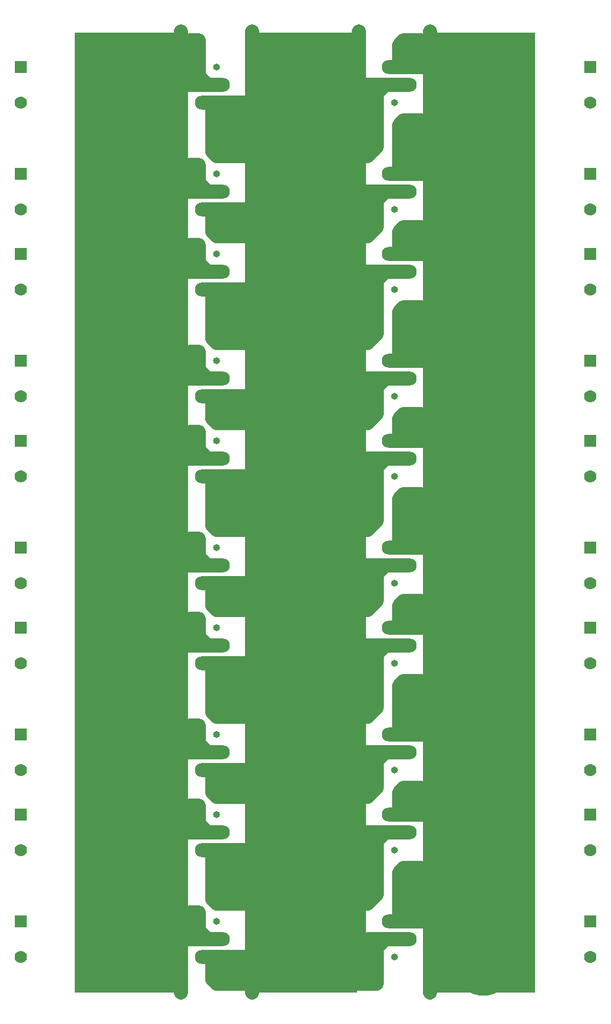
<source format=gtl>
G04 (created by PCBNEW (2013-jul-07)-stable) date Sat 03 Jan 2015 11:12:08 AM EET*
%MOIN*%
G04 Gerber Fmt 3.4, Leading zero omitted, Abs format*
%FSLAX34Y34*%
G01*
G70*
G90*
G04 APERTURE LIST*
%ADD10C,0.00590551*%
%ADD11R,0.07X0.07*%
%ADD12C,0.07*%
%ADD13R,0.590551X5.3937*%
%ADD14O,0.19685X0.0787402*%
%ADD15O,0.0393701X0.0393701*%
%ADD16C,0.314961*%
%ADD17C,0.16*%
%ADD18C,0.0787402*%
G04 APERTURE END LIST*
G54D10*
G54D11*
X99850Y-66550D03*
G54D12*
X99850Y-68550D03*
G54D11*
X67850Y-66550D03*
G54D12*
X67850Y-68550D03*
G54D11*
X99850Y-71050D03*
G54D12*
X99850Y-73050D03*
G54D11*
X67850Y-71050D03*
G54D12*
X67850Y-73050D03*
G54D11*
X99850Y-77050D03*
G54D12*
X99850Y-79050D03*
G54D11*
X67850Y-77050D03*
G54D12*
X67850Y-79050D03*
G54D11*
X99850Y-56050D03*
G54D12*
X99850Y-58050D03*
G54D11*
X67850Y-50050D03*
G54D12*
X67850Y-52050D03*
G54D11*
X99850Y-50050D03*
G54D12*
X99850Y-52050D03*
G54D11*
X67850Y-45550D03*
G54D12*
X67850Y-47550D03*
G54D11*
X99850Y-45550D03*
G54D12*
X99850Y-47550D03*
G54D11*
X67850Y-39550D03*
G54D12*
X67850Y-41550D03*
G54D11*
X99850Y-39550D03*
G54D12*
X99850Y-41550D03*
G54D11*
X67850Y-35050D03*
G54D12*
X67850Y-37050D03*
G54D11*
X99850Y-35050D03*
G54D12*
X99850Y-37050D03*
G54D11*
X67850Y-29050D03*
G54D12*
X67850Y-31050D03*
G54D11*
X99850Y-29050D03*
G54D12*
X99850Y-31050D03*
G54D11*
X67850Y-56050D03*
G54D12*
X67850Y-58050D03*
G54D11*
X99850Y-60550D03*
G54D12*
X99850Y-62550D03*
G54D11*
X67850Y-60550D03*
G54D12*
X67850Y-62550D03*
G54D13*
X83802Y-54081D03*
X73802Y-54081D03*
X93802Y-54081D03*
G54D14*
X78600Y-61550D03*
X78600Y-62550D03*
G54D15*
X78850Y-60550D03*
G54D14*
X89100Y-46550D03*
X89100Y-45550D03*
G54D15*
X88850Y-47550D03*
G54D14*
X78600Y-46550D03*
X78600Y-47550D03*
G54D15*
X78850Y-45550D03*
G54D14*
X89100Y-40550D03*
X89100Y-39550D03*
G54D15*
X88850Y-41550D03*
G54D14*
X89100Y-36050D03*
X89100Y-35050D03*
G54D15*
X88850Y-37050D03*
G54D14*
X89100Y-30050D03*
X89100Y-29050D03*
G54D15*
X88850Y-31050D03*
G54D14*
X78600Y-30050D03*
X78600Y-31050D03*
G54D15*
X78850Y-29050D03*
G54D14*
X78600Y-36050D03*
X78600Y-37050D03*
G54D15*
X78850Y-35050D03*
G54D14*
X78600Y-40550D03*
X78600Y-41550D03*
G54D15*
X78850Y-39550D03*
G54D14*
X89100Y-78050D03*
X89100Y-77050D03*
G54D15*
X88850Y-79050D03*
G54D14*
X89100Y-67550D03*
X89100Y-66550D03*
G54D15*
X88850Y-68550D03*
G54D14*
X78600Y-67550D03*
X78600Y-68550D03*
G54D15*
X78850Y-66550D03*
G54D14*
X78600Y-72050D03*
X78600Y-73050D03*
G54D15*
X78850Y-71050D03*
G54D14*
X78600Y-78050D03*
X78600Y-79050D03*
G54D15*
X78850Y-77050D03*
G54D14*
X89100Y-61550D03*
X89100Y-60550D03*
G54D15*
X88850Y-62550D03*
G54D14*
X89100Y-57050D03*
X89100Y-56050D03*
G54D15*
X88850Y-58050D03*
G54D14*
X89100Y-51050D03*
X89100Y-50050D03*
G54D15*
X88850Y-52050D03*
G54D14*
X78600Y-51050D03*
X78600Y-52050D03*
G54D15*
X78850Y-50050D03*
G54D14*
X78600Y-57050D03*
X78600Y-58050D03*
G54D15*
X78850Y-56050D03*
G54D14*
X89100Y-72050D03*
X89100Y-71050D03*
G54D15*
X88850Y-73050D03*
G54D16*
X93850Y-79650D03*
X93850Y-31950D03*
X93850Y-37250D03*
X93850Y-69050D03*
X93850Y-42550D03*
X93850Y-47850D03*
X93850Y-53150D03*
X93850Y-58450D03*
X93850Y-63750D03*
X93850Y-74350D03*
X73750Y-77800D03*
X73750Y-30100D03*
X73750Y-35400D03*
X73750Y-40700D03*
X73750Y-46000D03*
X73750Y-51300D03*
X73750Y-56600D03*
X73750Y-61900D03*
X73750Y-67200D03*
X73750Y-72500D03*
G54D17*
X83858Y-75984D03*
X83858Y-65551D03*
X83858Y-54921D03*
X83858Y-44488D03*
X83858Y-33858D03*
G54D18*
X78600Y-78050D02*
X78350Y-78050D01*
X77350Y-78050D02*
X77350Y-77550D01*
X77350Y-76550D02*
X77350Y-78050D01*
X77850Y-76550D02*
X77350Y-76550D01*
X77850Y-77550D02*
X77850Y-76550D01*
X78350Y-78050D02*
X77850Y-77550D01*
X78600Y-72050D02*
X78350Y-72050D01*
X77350Y-70550D02*
X77350Y-71550D01*
X77850Y-70550D02*
X77350Y-70550D01*
X77850Y-71550D02*
X77850Y-70550D01*
X78350Y-72050D02*
X77850Y-71550D01*
X78600Y-67550D02*
X78350Y-67550D01*
X77350Y-66050D02*
X77350Y-67050D01*
X77850Y-66050D02*
X77350Y-66050D01*
X77850Y-67050D02*
X77850Y-66050D01*
X78350Y-67550D02*
X77850Y-67050D01*
X78600Y-61550D02*
X78350Y-61550D01*
X78350Y-61550D02*
X77850Y-61050D01*
X78600Y-57050D02*
X78350Y-57050D01*
X78350Y-57050D02*
X77850Y-56550D01*
X78600Y-51050D02*
X78350Y-51050D01*
X78350Y-51050D02*
X77850Y-50550D01*
X78600Y-46550D02*
X78350Y-46550D01*
X78350Y-46550D02*
X77850Y-46050D01*
X78600Y-40550D02*
X78350Y-40550D01*
X77350Y-39050D02*
X77350Y-40050D01*
X77850Y-39050D02*
X77350Y-39050D01*
X77850Y-40050D02*
X77850Y-39050D01*
X78350Y-40550D02*
X77850Y-40050D01*
X78600Y-36050D02*
X78350Y-36050D01*
X77350Y-34550D02*
X77350Y-35550D01*
X77850Y-34550D02*
X77350Y-34550D01*
X77850Y-35550D02*
X77850Y-34550D01*
X78350Y-36050D02*
X77850Y-35550D01*
X78600Y-30050D02*
X78350Y-30050D01*
X77350Y-27550D02*
X77350Y-29550D01*
X77850Y-27550D02*
X77350Y-27550D01*
X77850Y-29550D02*
X77850Y-27550D01*
X78350Y-30050D02*
X77850Y-29550D01*
X78600Y-72050D02*
X76850Y-72050D01*
X78600Y-67550D02*
X76850Y-67550D01*
X78600Y-61550D02*
X76850Y-61550D01*
X78600Y-57050D02*
X76850Y-57050D01*
X78600Y-51050D02*
X76834Y-51050D01*
X76834Y-51050D02*
X76850Y-51050D01*
X78600Y-46550D02*
X76850Y-46550D01*
X78600Y-40550D02*
X76850Y-40550D01*
X78600Y-36050D02*
X76850Y-36050D01*
X78600Y-30050D02*
X76850Y-30050D01*
X76850Y-27050D02*
X76850Y-30050D01*
X76850Y-30050D02*
X76850Y-36050D01*
X76850Y-36050D02*
X76850Y-40550D01*
X76850Y-61550D02*
X76850Y-67550D01*
X76850Y-67550D02*
X76850Y-72050D01*
X76850Y-72050D02*
X76850Y-75550D01*
X76850Y-75550D02*
X76850Y-78050D01*
X76850Y-81050D02*
X76850Y-78050D01*
X76850Y-78050D02*
X78600Y-78050D01*
X77350Y-49550D02*
X77350Y-50550D01*
X77850Y-49550D02*
X77350Y-49550D01*
X77850Y-50550D02*
X77850Y-49550D01*
X77350Y-60050D02*
X77350Y-61050D01*
X77850Y-60050D02*
X77350Y-60050D01*
X77850Y-61050D02*
X77850Y-60050D01*
X77350Y-45050D02*
X77350Y-46050D01*
X77850Y-45050D02*
X77350Y-45050D01*
X77850Y-46050D02*
X77850Y-45050D01*
X76850Y-40550D02*
X76850Y-46550D01*
X76850Y-46550D02*
X76850Y-51050D01*
X77350Y-55550D02*
X77350Y-56550D01*
X77850Y-55550D02*
X77350Y-55550D01*
X77850Y-56550D02*
X77850Y-55550D01*
X76850Y-54050D02*
X73834Y-54050D01*
X73834Y-54050D02*
X73802Y-54081D01*
X76850Y-51050D02*
X76850Y-54050D01*
X76850Y-54050D02*
X76850Y-57050D01*
X76850Y-57050D02*
X76850Y-61550D01*
X89100Y-36050D02*
X88350Y-36050D01*
X87350Y-38550D02*
X87350Y-36550D01*
X87850Y-38050D02*
X87350Y-38550D01*
X87850Y-36550D02*
X87850Y-38050D01*
X88350Y-36050D02*
X87850Y-36550D01*
X79350Y-38050D02*
X79850Y-38050D01*
X78850Y-37550D02*
X79350Y-38050D01*
X80350Y-37550D02*
X78850Y-37550D01*
X80350Y-38550D02*
X80350Y-37550D01*
X78850Y-38550D02*
X80350Y-38550D01*
X78600Y-38300D02*
X78850Y-38550D01*
X89100Y-36050D02*
X86850Y-36050D01*
X86850Y-40550D02*
X86850Y-36050D01*
X86850Y-36050D02*
X86850Y-30050D01*
X80850Y-37050D02*
X83802Y-54081D01*
X87350Y-34050D02*
X87350Y-30550D01*
X87850Y-33550D02*
X87350Y-34050D01*
X87850Y-30550D02*
X87850Y-33550D01*
X79350Y-32050D02*
X79350Y-33050D01*
X79850Y-32050D02*
X79350Y-32050D01*
X79850Y-33550D02*
X79850Y-32050D01*
X78850Y-33550D02*
X79850Y-33550D01*
X78850Y-31550D02*
X78850Y-33550D01*
X80350Y-31550D02*
X78850Y-31550D01*
X80350Y-34050D02*
X80350Y-31550D01*
X78850Y-34050D02*
X80350Y-34050D01*
X78600Y-33800D02*
X78850Y-34050D01*
X86850Y-30050D02*
X86850Y-27050D01*
X89100Y-30050D02*
X88350Y-30050D01*
X88350Y-30050D02*
X87850Y-30550D01*
X89100Y-40550D02*
X88350Y-40550D01*
X87350Y-44550D02*
X87350Y-41050D01*
X87850Y-44050D02*
X87350Y-44550D01*
X87850Y-41050D02*
X87850Y-44050D01*
X88350Y-40550D02*
X87850Y-41050D01*
X89100Y-46550D02*
X88350Y-46550D01*
X87350Y-49050D02*
X87350Y-47050D01*
X87850Y-48550D02*
X87350Y-49050D01*
X87850Y-47050D02*
X87850Y-48550D01*
X88350Y-46550D02*
X87850Y-47050D01*
X89100Y-51050D02*
X87850Y-51050D01*
X88350Y-51050D02*
X87850Y-51550D01*
X89100Y-51050D02*
X88350Y-51050D01*
X87850Y-51050D02*
X87350Y-51550D01*
X89100Y-61550D02*
X88350Y-61550D01*
X87350Y-65550D02*
X87350Y-62050D01*
X87850Y-65050D02*
X87350Y-65550D01*
X87850Y-62050D02*
X87850Y-65050D01*
X88350Y-61550D02*
X87850Y-62050D01*
X89100Y-67550D02*
X88350Y-67550D01*
X87350Y-70050D02*
X87350Y-68050D01*
X87850Y-69550D02*
X87350Y-70050D01*
X87850Y-68050D02*
X87850Y-69550D01*
X88350Y-67550D02*
X87850Y-68050D01*
X89100Y-72050D02*
X88350Y-72050D01*
X87350Y-76050D02*
X87350Y-72550D01*
X87850Y-75550D02*
X87350Y-76050D01*
X87850Y-72550D02*
X87850Y-75550D01*
X88350Y-72050D02*
X87850Y-72550D01*
X89100Y-78050D02*
X87350Y-78050D01*
X87350Y-78050D02*
X87350Y-80050D01*
X89100Y-78050D02*
X88350Y-78050D01*
X87850Y-80550D02*
X86850Y-80550D01*
X87850Y-78550D02*
X87850Y-80550D01*
X88350Y-78050D02*
X87850Y-78550D01*
X78600Y-31050D02*
X78600Y-33800D01*
X78600Y-37050D02*
X78600Y-38300D01*
X78600Y-41550D02*
X78600Y-44300D01*
X79350Y-42550D02*
X79350Y-43550D01*
X79850Y-42550D02*
X79350Y-42550D01*
X79850Y-44050D02*
X79850Y-42550D01*
X78850Y-44050D02*
X79850Y-44050D01*
X78850Y-42050D02*
X78850Y-44050D01*
X80350Y-42050D02*
X78850Y-42050D01*
X80350Y-44550D02*
X80350Y-42050D01*
X78850Y-44550D02*
X80350Y-44550D01*
X78600Y-44300D02*
X78850Y-44550D01*
X78600Y-47550D02*
X78600Y-48800D01*
X79350Y-48550D02*
X79850Y-48550D01*
X79350Y-48050D02*
X79350Y-48550D01*
X80350Y-48050D02*
X79350Y-48050D01*
X80350Y-49050D02*
X80350Y-48050D01*
X78850Y-49050D02*
X80350Y-49050D01*
X78600Y-48800D02*
X78850Y-49050D01*
X78600Y-52050D02*
X78600Y-54800D01*
X78600Y-58050D02*
X78600Y-59300D01*
X78600Y-62550D02*
X78600Y-65300D01*
X79350Y-63550D02*
X79350Y-64550D01*
X79850Y-63550D02*
X79350Y-63550D01*
X79850Y-65050D02*
X79850Y-63550D01*
X78850Y-65050D02*
X79850Y-65050D01*
X78850Y-63050D02*
X78850Y-65050D01*
X80350Y-63050D02*
X78850Y-63050D01*
X80350Y-65550D02*
X80350Y-63050D01*
X78850Y-65550D02*
X80350Y-65550D01*
X78600Y-65300D02*
X78850Y-65550D01*
X78600Y-68550D02*
X78600Y-69800D01*
X78850Y-69550D02*
X80350Y-69550D01*
X78850Y-69050D02*
X78850Y-69550D01*
X80350Y-69050D02*
X78850Y-69050D01*
X80350Y-70050D02*
X80350Y-69050D01*
X78850Y-70050D02*
X80350Y-70050D01*
X78600Y-69800D02*
X78850Y-70050D01*
X78600Y-73050D02*
X78600Y-75800D01*
X79850Y-75550D02*
X79850Y-73550D01*
X79350Y-75550D02*
X79850Y-75550D01*
X79350Y-73550D02*
X79350Y-75550D01*
X80350Y-73550D02*
X79350Y-73550D01*
X80350Y-76050D02*
X80350Y-73550D01*
X78850Y-76050D02*
X80350Y-76050D01*
X78600Y-75800D02*
X78850Y-76050D01*
X78600Y-79050D02*
X78600Y-80300D01*
X78850Y-80050D02*
X78850Y-79550D01*
X80850Y-80050D02*
X78850Y-80050D01*
X80850Y-80550D02*
X80850Y-80050D01*
X78850Y-80550D02*
X80850Y-80550D01*
X78600Y-80300D02*
X78850Y-80550D01*
X89100Y-72050D02*
X86850Y-72050D01*
X89100Y-67550D02*
X86850Y-67550D01*
X89100Y-61550D02*
X86850Y-61550D01*
X89100Y-51050D02*
X86850Y-51050D01*
X89100Y-46550D02*
X86850Y-46550D01*
X89100Y-40550D02*
X86850Y-40550D01*
X89100Y-30050D02*
X86850Y-30050D01*
X86850Y-80550D02*
X86850Y-72050D01*
X86850Y-72050D02*
X86850Y-67550D01*
X86850Y-67550D02*
X86850Y-61550D01*
X86850Y-51050D02*
X86850Y-46550D01*
X86850Y-46550D02*
X86850Y-40550D01*
X78600Y-41550D02*
X80850Y-41550D01*
X78600Y-37050D02*
X80850Y-37050D01*
X78600Y-31050D02*
X80850Y-31050D01*
X78600Y-47550D02*
X80850Y-47550D01*
X80850Y-47550D02*
X83802Y-54081D01*
X78600Y-52050D02*
X80850Y-52050D01*
X78600Y-58050D02*
X80850Y-58050D01*
X78600Y-62550D02*
X80850Y-62550D01*
X78600Y-68550D02*
X80850Y-68550D01*
X78600Y-73050D02*
X80850Y-73050D01*
X78600Y-79050D02*
X80850Y-79050D01*
X80850Y-81050D02*
X80850Y-27050D01*
X80850Y-79050D02*
X80850Y-81050D01*
X78850Y-59550D02*
X80350Y-59550D01*
X80850Y-79550D02*
X83802Y-54081D01*
X78850Y-79550D02*
X80850Y-79550D01*
X86850Y-54050D02*
X83834Y-54050D01*
X83834Y-54050D02*
X83802Y-54081D01*
X86850Y-54050D02*
X86850Y-51050D01*
X80850Y-41550D02*
X83802Y-54081D01*
X80850Y-31050D02*
X83802Y-54081D01*
X80850Y-52050D02*
X83802Y-54081D01*
X80850Y-62550D02*
X83802Y-54081D01*
X80850Y-68550D02*
X83802Y-54081D01*
X80850Y-73050D02*
X83802Y-54081D01*
X87850Y-51550D02*
X87850Y-54550D01*
X87850Y-54550D02*
X87350Y-55050D01*
X87350Y-51550D02*
X87350Y-55050D01*
X89100Y-57050D02*
X87850Y-57050D01*
X88350Y-57050D02*
X87850Y-57550D01*
X87850Y-57550D02*
X87850Y-59050D01*
X87850Y-59050D02*
X87350Y-59550D01*
X89100Y-57050D02*
X88350Y-57050D01*
X87350Y-57550D02*
X87350Y-59550D01*
X87850Y-57050D02*
X87350Y-57550D01*
X79350Y-53050D02*
X79350Y-54050D01*
X79850Y-53050D02*
X79350Y-53050D01*
X79850Y-54550D02*
X79850Y-53050D01*
X78850Y-54550D02*
X79850Y-54550D01*
X78850Y-52550D02*
X78850Y-54550D01*
X80350Y-52550D02*
X78850Y-52550D01*
X80350Y-55050D02*
X80350Y-52550D01*
X78850Y-55050D02*
X80350Y-55050D01*
X78600Y-54800D02*
X78850Y-55050D01*
X78850Y-59050D02*
X80350Y-59050D01*
X78850Y-58550D02*
X78850Y-59050D01*
X80350Y-58550D02*
X78850Y-58550D01*
X80350Y-59550D02*
X80350Y-58550D01*
X78600Y-59300D02*
X78850Y-59550D01*
X89100Y-57050D02*
X86850Y-57050D01*
X86850Y-61550D02*
X86850Y-57050D01*
X86850Y-57050D02*
X86850Y-54050D01*
X80850Y-58050D02*
X83802Y-54081D01*
X89100Y-35050D02*
X89100Y-32300D01*
X89850Y-34550D02*
X89850Y-32550D01*
X90350Y-34550D02*
X89850Y-34550D01*
X90350Y-32050D02*
X90350Y-34550D01*
X89350Y-32050D02*
X90350Y-32050D01*
X89100Y-32300D02*
X89350Y-32050D01*
X89100Y-39550D02*
X89100Y-38300D01*
X89850Y-39050D02*
X89850Y-38550D01*
X90350Y-39050D02*
X89850Y-39050D01*
X90350Y-38050D02*
X90350Y-39050D01*
X89350Y-38050D02*
X90350Y-38050D01*
X89100Y-38300D02*
X89350Y-38050D01*
X89100Y-35050D02*
X90850Y-35050D01*
X90850Y-35050D02*
X93802Y-54081D01*
X89100Y-45550D02*
X89100Y-42800D01*
X89850Y-45050D02*
X89850Y-43050D01*
X90350Y-45050D02*
X89850Y-45050D01*
X90350Y-42550D02*
X90350Y-45050D01*
X89350Y-42550D02*
X90350Y-42550D01*
X89100Y-42800D02*
X89350Y-42550D01*
X89100Y-50050D02*
X89100Y-48800D01*
X89850Y-49550D02*
X89850Y-49050D01*
X90350Y-49550D02*
X89850Y-49550D01*
X90350Y-48550D02*
X90350Y-49550D01*
X89350Y-48550D02*
X90350Y-48550D01*
X89100Y-48800D02*
X89350Y-48550D01*
X89100Y-45550D02*
X90850Y-45550D01*
X90850Y-45550D02*
X93802Y-54081D01*
X89100Y-39550D02*
X90850Y-39550D01*
X90850Y-39550D02*
X93802Y-54081D01*
X89100Y-50050D02*
X90850Y-50050D01*
X90850Y-50050D02*
X93802Y-54081D01*
X89100Y-29050D02*
X89100Y-27800D01*
X89850Y-28550D02*
X89850Y-28050D01*
X90350Y-28550D02*
X89850Y-28550D01*
X90350Y-27550D02*
X90350Y-28550D01*
X89350Y-27550D02*
X90350Y-27550D01*
X89100Y-27800D02*
X89350Y-27550D01*
X89100Y-56050D02*
X89100Y-53300D01*
X89850Y-55550D02*
X89850Y-53550D01*
X90350Y-55550D02*
X89850Y-55550D01*
X90350Y-53050D02*
X90350Y-55550D01*
X89350Y-53050D02*
X90350Y-53050D01*
X89100Y-53300D02*
X89350Y-53050D01*
X89100Y-60550D02*
X89100Y-59300D01*
X89850Y-60050D02*
X89850Y-59550D01*
X90350Y-60050D02*
X89850Y-60050D01*
X90350Y-59050D02*
X90350Y-60050D01*
X89350Y-59050D02*
X90350Y-59050D01*
X89100Y-59300D02*
X89350Y-59050D01*
X89100Y-66550D02*
X89100Y-63800D01*
X89850Y-66050D02*
X89850Y-64050D01*
X90350Y-66050D02*
X89850Y-66050D01*
X90350Y-63550D02*
X90350Y-66050D01*
X89350Y-63550D02*
X90350Y-63550D01*
X89100Y-63800D02*
X89350Y-63550D01*
X89100Y-71050D02*
X89100Y-69800D01*
X89850Y-70550D02*
X89850Y-70050D01*
X90350Y-70550D02*
X89850Y-70550D01*
X90350Y-69550D02*
X90350Y-70550D01*
X89350Y-69550D02*
X90350Y-69550D01*
X89100Y-69800D02*
X89350Y-69550D01*
X89100Y-77050D02*
X89100Y-74300D01*
X89850Y-76550D02*
X89850Y-74550D01*
X90350Y-76550D02*
X89850Y-76550D01*
X90350Y-74050D02*
X90350Y-76550D01*
X89350Y-74050D02*
X90350Y-74050D01*
X89100Y-74300D02*
X89350Y-74050D01*
X89100Y-71050D02*
X90850Y-71050D01*
X90850Y-71050D02*
X93802Y-54081D01*
X89100Y-66550D02*
X90850Y-66550D01*
X90850Y-66550D02*
X93802Y-54081D01*
X89100Y-60550D02*
X90850Y-60550D01*
X90850Y-60550D02*
X93802Y-54081D01*
X89100Y-56050D02*
X90850Y-56050D01*
X90850Y-56050D02*
X93802Y-54081D01*
X89100Y-29050D02*
X90850Y-29050D01*
X90850Y-29050D02*
X93802Y-54081D01*
X89100Y-77050D02*
X90850Y-77050D01*
X90850Y-81050D02*
X90850Y-27050D01*
X90850Y-77050D02*
X90850Y-81050D01*
M02*

</source>
